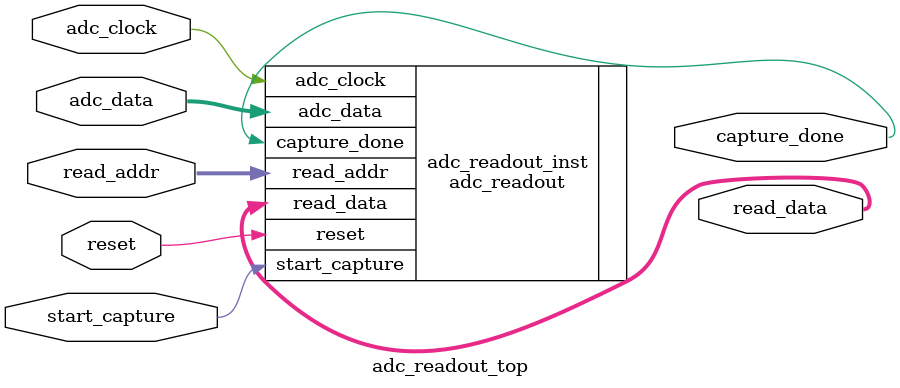
<source format=v>
`timescale 1ns / 1ps

module adc_readout_top #(
    parameter DATA_WIDTH = 12  // Parameter defining ADC data width (adjustable)
) (
    input  wire                    adc_clock,      // ADC clock input
    input  wire                    reset,          // Active-high reset
    input  wire                    start_capture,  // Trigger signal for ADC capture
    input  wire [DATA_WIDTH-1:0]   adc_data,       // ADC data input
    output reg                     capture_done,   // Capture complete flag

    // Readout interface for external processing
    input  wire [11:0]             read_addr,      // Address input for reading stored data
    output reg [DATA_WIDTH-1:0]    read_data       // Data output from the captured buffer
);

    // Instantiate the adc_readout module
    adc_readout #(
        .DATA_WIDTH(DATA_WIDTH)
    ) adc_readout_inst (
        .adc_clock(adc_clock),
        .reset(reset),
        .start_capture(start_capture),
        .adc_data(adc_data),
        .capture_done(capture_done),
        .read_addr(read_addr),
        .read_data(read_data)
    );

endmodule

</source>
